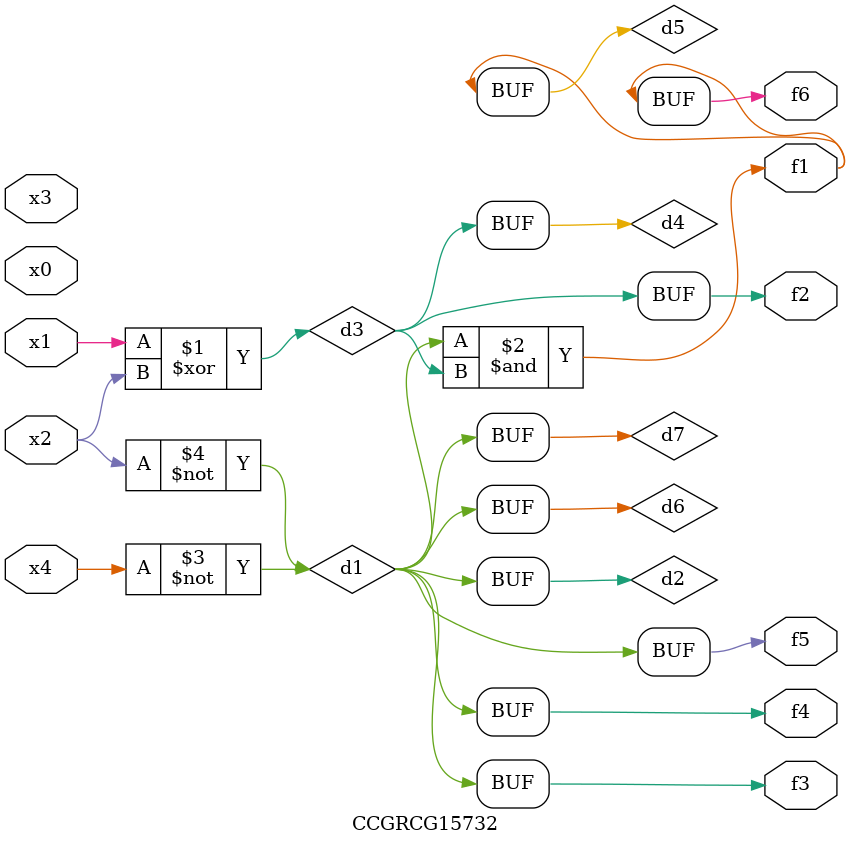
<source format=v>
module CCGRCG15732(
	input x0, x1, x2, x3, x4,
	output f1, f2, f3, f4, f5, f6
);

	wire d1, d2, d3, d4, d5, d6, d7;

	not (d1, x4);
	not (d2, x2);
	xor (d3, x1, x2);
	buf (d4, d3);
	and (d5, d1, d3);
	buf (d6, d1, d2);
	buf (d7, d2);
	assign f1 = d5;
	assign f2 = d4;
	assign f3 = d7;
	assign f4 = d7;
	assign f5 = d7;
	assign f6 = d5;
endmodule

</source>
